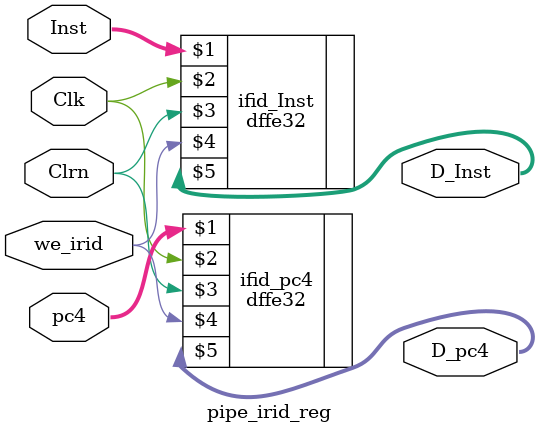
<source format=v>
`timescale 1ns / 1ps
module pipe_irid_reg(pc4,Inst,we_irid,Clk,Clrn,D_pc4,D_Inst);
    input [31:0]pc4,Inst;
    input we_irid,Clk,Clrn;//we_irid就是控制信号里面的stall
    output [31:0]D_pc4,D_Inst;

    dffe32 ifid_pc4(pc4,Clk,Clrn,we_irid,D_pc4);
    dffe32 ifid_Inst(Inst,Clk,Clrn,we_irid,D_Inst);
endmodule

</source>
